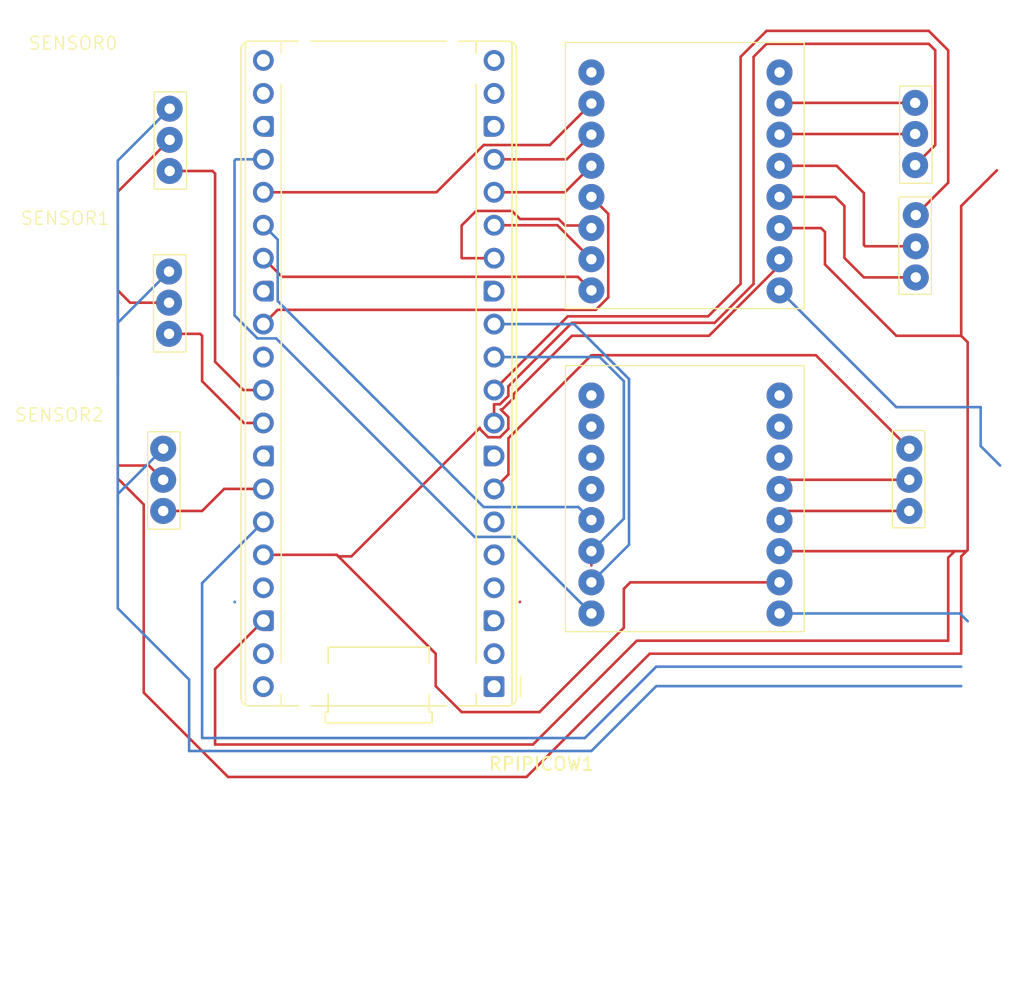
<source format=kicad_pcb>
(kicad_pcb (version 20241229) (generator "pcbnew") (generator_version "9.0")
  (layers (0 "F.Cu" signal) (2 "B.Cu" signal) (13 "F.Paste" user) (15 "B.Paste" user) (5 "F.SilkS" user "F.Silkscreen") (7 "B.SilkS" user "B.Silkscreen") (1 "F.Mask" user) (3 "B.Mask" user) (25 "Edge.Cuts" user))
  (net 0 "")
  (net 1 "Net-(M1-+)")
  (net 2 "Net-(M1--)")
  (net 3 "Net-(M2--)")
  (net 4 "Net-(M3--)")
  (net 5 "Net-(M3-+)")
  (net 6 "Net-(M2-+)")
  (net 7 "+3V3")
  (net 8 "GNDREF")
  (net 9 "Net-(RPIPICOW1-GPIO28_ADC2)")
  (net 10 "+3V0")
  (net 11 "Net-(RPIPICOW1-GPIO27_ADC1)")
  (net 15 "+12V")
  (net 17 "Net-(DRIVER1A-AIN2)")
  (net 18 "Net-(RPIPICOW1-GPIO26_ADC0)")
  (net 20 "Net-(DRIVER1A-AIN1)")
  (net 24 "Net-(DRIVER1A-PWMA)")
  (net 31 "Net-(M3-EN)")
  (net 33 "Net-(DRIVER1A-STBY)")
  (net 34 "+5V")
  (net 36 "Net-(M1-EN)")
  (net 39 "Net-(M2-EN)")
  (net 40 "Net-(DRIVER2A-STBY)")
  (net 41 "Net-(DRIVER2A-BIN1)")
  (net 42 "Net-(DRIVER2A-AIN1)")
  (net 43 "Net-(DRIVER2A-BIN2)")
  (net 44 "Net-(DRIVER2A-PWMA)")
  (net 45 "Net-(DRIVER2A-PWMB)")
  (net 46 "Net-(DRIVER2A-AIN2)")
  (footprint "Breakout_Board:Untitled_1" (layer "F.Cu") (at 179 57.6 180)
    (property "Reference" "M1" (hide yes))
    (property "Value" "DC Motor (w/ Encoders)")
    (fp_rect (start 2.8 5.8) (end 5.3 13.3) (stroke (width 0.1)) (fill no) (layer "F.SilkS"))
    (pad "1" thru_hole circle (at 4 7.1 180) (size 2 2) (drill 0.8) (layers "*.Cu" "*.Mask") (net 1 "Net-(M1-+)"))
    (pad "2" thru_hole circle (at 4 9.5 180) (size 2 2) (drill 0.8) (layers "*.Cu" "*.Mask") (net 2 "Net-(M1--)"))
    (pad "3" thru_hole circle (at 4 11.9 180) (size 2 2) (drill 0.8) (layers "*.Cu" "*.Mask") (net 36 "Net-(M1-EN)"))
  )
  (footprint "Breakout_Board:Untitled_1" (layer "F.Cu") (at 178.5 75.6 180)
    (property "Reference" "M3" (hide yes))
    (property "Value" "DC Motor (w/ Encoders)" (hide yes))
    (fp_rect (start 2.8 5.8) (end 5.3 13.3) (stroke (width 0.1)) (fill no) (layer "F.SilkS"))
    (pad "1" thru_hole circle (at 4 7.1 180) (size 2 2) (drill 0.8) (layers "*.Cu" "*.Mask") (net 5 "Net-(M3-+)"))
    (pad "2" thru_hole circle (at 4 9.5 180) (size 2 2) (drill 0.8) (layers "*.Cu" "*.Mask") (net 4 "Net-(M3--)"))
    (pad "3" thru_hole circle (at 4 11.9 180) (size 2 2) (drill 0.8) (layers "*.Cu" "*.Mask") (net 31 "Net-(M3-EN)"))
  )
  (footprint "Breakout_Board:Untitled_1" (layer "F.Cu") (at 113.5 30.4)
    (property "Reference" "SENSOR0" (at -3.45 2.05 0) (layer "F.SilkS") (effects (font (thickness 0.1))))
    (property "Value" "SEN-13723")
    (fp_rect (start 2.8 5.8) (end 5.3 13.3) (stroke (width 0.1)) (fill no) (layer "F.SilkS"))
    (pad "1" thru_hole circle (at 4 7.1) (size 2 2) (drill 0.8) (layers "*.Cu" "*.Mask") (net 10 "+3V0"))
    (pad "2" thru_hole circle (at 4 9.5) (size 2 2) (drill 0.8) (layers "*.Cu" "*.Mask") (net 8 "GNDREF"))
    (pad "3" thru_hole circle (at 4 11.9) (size 2 2) (drill 0.8) (layers "*.Cu" "*.Mask") (net 18 "Net-(RPIPICOW1-GPIO26_ADC0)"))
  )
  (footprint "Breakout_Board:Untitled_1" (layer "F.Cu") (at 113.45 42.95)
    (property "Reference" "SENSOR1" (at -4 3 0) (layer "F.SilkS") (effects (font (thickness 0.1))))
    (property "Value" "SEN-13723")
    (fp_rect (start 2.8 5.8) (end 5.3 13.3) (stroke (width 0.1)) (fill no) (layer "F.SilkS"))
    (pad "1" thru_hole circle (at 4 7.1) (size 2 2) (drill 0.8) (layers "*.Cu" "*.Mask") (net 10 "+3V0"))
    (pad "2" thru_hole circle (at 4 9.5) (size 2 2) (drill 0.8) (layers "*.Cu" "*.Mask") (net 8 "GNDREF"))
    (pad "3" thru_hole circle (at 4 11.9) (size 2 2) (drill 0.8) (layers "*.Cu" "*.Mask") (net 11 "Net-(RPIPICOW1-GPIO27_ADC1)"))
  )
  (footprint "Module:RaspberryPi_Pico_Common_THT" (layer "F.Cu") (at 142.5 82.04 180)
    (property "Reference" "RPIPICOW1" (at 0.5 -5.96 0) (layer "F.SilkS") (effects (justify left)))
    (property "Value" "Raspberry Pi Pico W")
    (fp_line (start 19.5 -0.87) (end 19.5 49.13) (stroke (width 0.12)) (layer "F.SilkS"))
    (fp_line (start 19.16 49.677) (end 19.16 -1.417) (stroke (width 0.12)) (layer "F.SilkS"))
    (fp_line (start 18.89 -1.48) (end 16.4 -1.48) (stroke (width 0.12)) (layer "F.SilkS"))
    (fp_line (start 16.4 48.82648) (end 16.4 49.74) (stroke (width 0.12)) (layer "F.SilkS"))
    (fp_line (start 16.4 1.82648) (end 16.4 46.43352) (stroke (width 0.12)) (layer "F.SilkS"))
    (fp_line (start 16.4 -1.48) (end 16.4 -0.56648) (stroke (width 0.12)) (layer "F.SilkS"))
    (fp_line (start 15.052061 49.74) (end 18.89 49.74) (stroke (width 0.12)) (layer "F.SilkS"))
    (fp_line (start 15.052061 -1.48) (end 16.4 -1.48) (stroke (width 0.12)) (layer "F.SilkS"))
    (fp_line (start 14.127939 49.74) (end 12.49 49.74) (stroke (width 0.12)) (layer "F.SilkS"))
    (fp_line (start 13.125 -1.48) (end 14.127939 -1.48) (stroke (width 0.12)) (layer "F.SilkS"))
    (fp_line (start 13 -1.96) (end 12.79 -1.96) (stroke (width 0.12)) (layer "F.SilkS"))
    (fp_line (start 13 -2.78) (end 13 -1.96) (stroke (width 0.12)) (layer "F.SilkS"))
    (fp_line (start 12.79 3.04) (end 4.99 3.04) (stroke (width 0.12)) (layer "F.SilkS"))
    (fp_line (start 12.79 1.824) (end 12.79 3.04) (stroke (width 0.12)) (layer "F.SilkS"))
    (fp_line (start 12.79 -1.96) (end 12.79 -0.564) (stroke (width 0.12)) (layer "F.SilkS"))
    (fp_line (start 12.49 49.74) (end 5.29 49.74) (stroke (width 0.12)) (layer "F.SilkS"))
    (fp_line (start 5.29 49.74) (end 3.652061 49.74) (stroke (width 0.12)) (layer "F.SilkS"))
    (fp_line (start 4.99 1.824) (end 4.99 3.04) (stroke (width 0.12)) (layer "F.SilkS"))
    (fp_line (start 4.99 -1.96) (end 4.99 -0.564) (stroke (width 0.12)) (layer "F.SilkS"))
    (fp_line (start 4.78 -1.96) (end 4.99 -1.96) (stroke (width 0.12)) (layer "F.SilkS"))
    (fp_line (start 4.78 -2.78) (end 13 -2.78) (stroke (width 0.12)) (layer "F.SilkS"))
    (fp_line (start 4.78 -2.78) (end 4.78 -1.96) (stroke (width 0.12)) (layer "F.SilkS"))
    (fp_line (start 4.655 -1.48) (end 13.125 -1.48) (stroke (width 0.12)) (layer "F.SilkS"))
    (fp_line (start 3.652061 -1.48) (end 4.655 -1.48) (stroke (width 0.12)) (layer "F.SilkS"))
    (fp_line (start 1.38 48.82648) (end 1.38 49.74) (stroke (width 0.12)) (layer "F.SilkS"))
    (fp_line (start 1.38 1.82648) (end 1.38 46.43352) (stroke (width 0.12)) (layer "F.SilkS"))
    (fp_line (start 1.38 -1.48) (end 2.72794 -1.48) (stroke (width 0.12)) (layer "F.SilkS"))
    (fp_line (start 1.38 -1.48) (end 1.38 -0.56648) (stroke (width 0.12)) (layer "F.SilkS"))
    (fp_line (start -1.11 49.74) (end 2.727939 49.74) (stroke (width 0.12)) (layer "F.SilkS"))
    (fp_line (start -1.11 -1.48) (end 1.38 -1.48) (stroke (width 0.12)) (layer "F.SilkS"))
    (fp_line (start -1.38 -1.417) (end -1.38 49.677) (stroke (width 0.12)) (layer "F.SilkS"))
    (fp_line (start -1.72 -0.87) (end -1.72 49.13) (stroke (width 0.12)) (layer "F.SilkS"))
    (fp_line (start -2.04 0.8) (end -2.04 -0.8) (stroke (width 0.12)) (layer "F.SilkS"))
    (fp_arc (start 19.5 49.13) (mid 19.321335 49.561335) (end 18.89 49.74) (stroke (width 0.12)) (layer "F.SilkS"))
    (fp_arc (start 18.89 -1.48) (mid 19.321335 -1.301335) (end 19.5 -0.87) (stroke (width 0.12)) (layer "F.SilkS"))
    (fp_arc (start -1.11 49.74) (mid -1.541364 49.561364) (end -1.72 49.13) (stroke (width 0.12)) (layer "F.SilkS"))
    (fp_arc (start -1.72 -0.87) (mid -1.541335 -1.301335) (end -1.11 -1.48) (stroke (width 0.12)) (layer "F.SilkS"))
    (pad "1" thru_hole roundrect (at 0 0 180) (size 1.6 1.6) (drill 1) (layers "*.Cu" "*.Mask") (roundrect_rratio 0.125))
    (pad "2" thru_hole circle (at 0 2.54 180) (size 1.6 1.6) (drill 1) (layers "*.Cu" "*.Mask"))
    (pad "3" thru_hole custom (at 0 5.08 180) (size 1.6 1.6) (drill 1) (layers "*.Cu" "*.Mask") (net 8 "GNDREF") (options (clearance outline) (anchor circle)) (primitives (gr_poly (pts (xy 0.8 0.6) (xy 0.8 -0.6) (xy 0.6 -0.8) (xy 0 -0.8) (xy 0 0.8) (xy 0.6 0.8)) (width 0) (fill yes)) (gr_circle (center 0.6 0.6) (end 0.8 0.6) (width 0) (fill yes)) (gr_circle (center 0.6 -0.6) (end 0.8 -0.6) (width 0) (fill yes))))
    (pad "4" thru_hole circle (at 0 7.62 180) (size 1.6 1.6) (drill 1) (layers "*.Cu" "*.Mask"))
    (pad "5" thru_hole circle (at 0 10.16 180) (size 1.6 1.6) (drill 1) (layers "*.Cu" "*.Mask"))
    (pad "6" thru_hole circle (at 0 12.7 180) (size 1.6 1.6) (drill 1) (layers "*.Cu" "*.Mask"))
    (pad "7" thru_hole circle (at 0 15.24 180) (size 1.6 1.6) (drill 1) (layers "*.Cu" "*.Mask") (net 31 "Net-(M3-EN)"))
    (pad "8" thru_hole custom (at 0 17.78 180) (size 1.6 1.6) (drill 1) (layers "*.Cu" "*.Mask") (net 8 "GNDREF") (options (clearance outline) (anchor circle)) (primitives (gr_poly (pts (xy 0.8 0.6) (xy 0.8 -0.6) (xy 0.6 -0.8) (xy 0 -0.8) (xy 0 0.8) (xy 0.6 0.8)) (width 0) (fill yes)) (gr_circle (center 0.6 0.6) (end 0.8 0.6) (width 0) (fill yes)) (gr_circle (center 0.6 -0.6) (end 0.8 -0.6) (width 0) (fill yes))))
    (pad "9" thru_hole circle (at 0 20.32 180) (size 1.6 1.6) (drill 1) (layers "*.Cu" "*.Mask") (net 39 "Net-(M2-EN)"))
    (pad "10" thru_hole circle (at 0 22.86 180) (size 1.6 1.6) (drill 1) (layers "*.Cu" "*.Mask") (net 36 "Net-(M1-EN)"))
    (pad "11" thru_hole circle (at 0 25.4 180) (size 1.6 1.6) (drill 1) (layers "*.Cu" "*.Mask") (net 20 "Net-(DRIVER1A-AIN1)"))
    (pad "12" thru_hole circle (at 0 27.94 180) (size 1.6 1.6) (drill 1) (layers "*.Cu" "*.Mask") (net 17 "Net-(DRIVER1A-AIN2)"))
    (pad "13" thru_hole custom (at 0 30.48 180) (size 1.6 1.6) (drill 1) (layers "*.Cu" "*.Mask") (net 8 "GNDREF") (options (clearance outline) (anchor circle)) (primitives (gr_poly (pts (xy 0.8 0.6) (xy 0.8 -0.6) (xy 0.6 -0.8) (xy 0 -0.8) (xy 0 0.8) (xy 0.6 0.8)) (width 0) (fill yes)) (gr_circle (center 0.6 0.6) (end 0.8 0.6) (width 0) (fill yes)) (gr_circle (center 0.6 -0.6) (end 0.8 -0.6) (width 0) (fill yes))))
    (pad "14" thru_hole circle (at 0 33.02 180) (size 1.6 1.6) (drill 1) (layers "*.Cu" "*.Mask") (net 42 "Net-(DRIVER2A-AIN1)"))
    (pad "15" thru_hole circle (at 0 35.56 180) (size 1.6 1.6) (drill 1) (layers "*.Cu" "*.Mask") (net 46 "Net-(DRIVER2A-AIN2)"))
    (pad "16" thru_hole circle (at 0 38.1 180) (size 1.6 1.6) (drill 1) (layers "*.Cu" "*.Mask") (net 41 "Net-(DRIVER2A-BIN1)"))
    (pad "17" thru_hole circle (at 0 40.64 180) (size 1.6 1.6) (drill 1) (layers "*.Cu" "*.Mask") (net 43 "Net-(DRIVER2A-BIN2)"))
    (pad "18" thru_hole custom (at 0 43.18 180) (size 1.6 1.6) (drill 1) (layers "*.Cu" "*.Mask") (net 8 "GNDREF") (options (clearance outline) (anchor circle)) (primitives (gr_poly (pts (xy 0.8 0.6) (xy 0.8 -0.6) (xy 0.6 -0.8) (xy 0 -0.8) (xy 0 0.8) (xy 0.6 0.8)) (width 0) (fill yes)) (gr_circle (center 0.6 0.6) (end 0.8 0.6) (width 0) (fill yes)) (gr_circle (center 0.6 -0.6) (end 0.8 -0.6) (width 0) (fill yes))))
    (pad "19" thru_hole circle (at 0 45.72 180) (size 1.6 1.6) (drill 1) (layers "*.Cu" "*.Mask"))
    (pad "20" thru_hole circle (at 0 48.26 180) (size 1.6 1.6) (drill 1) (layers "*.Cu" "*.Mask"))
    (pad "21" thru_hole circle (at 17.78 48.26 180) (size 1.6 1.6) (drill 1) (layers "*.Cu" "*.Mask"))
    (pad "22" thru_hole circle (at 17.78 45.72 180) (size 1.6 1.6) (drill 1) (layers "*.Cu" "*.Mask"))
    (pad "23" thru_hole custom (at 17.78 43.18 180) (size 1.6 1.6) (drill 1) (layers "*.Cu" "*.Mask") (net 8 "GNDREF") (options (clearance outline) (anchor circle)) (primitives (gr_poly (pts (xy -0.8 0.6) (xy -0.8 -0.6) (xy -0.6 -0.8) (xy 0 -0.8) (xy 0 0.8) (xy -0.6 0.8)) (width 0) (fill yes)) (gr_circle (center -0.6 0.6) (end -0.4 0.6) (width 0) (fill yes)) (gr_circle (center -0.6 -0.6) (end -0.4 -0.6) (width 0) (fill yes))))
    (pad "24" thru_hole circle (at 17.78 40.64 180) (size 1.6 1.6) (drill 1) (layers "*.Cu" "*.Mask") (net 24 "Net-(DRIVER1A-PWMA)"))
    (pad "25" thru_hole circle (at 17.78 38.1 180) (size 1.6 1.6) (drill 1) (layers "*.Cu" "*.Mask") (net 45 "Net-(DRIVER2A-PWMB)"))
    (pad "26" thru_hole circle (at 17.78 35.56 180) (size 1.6 1.6) (drill 1) (layers "*.Cu" "*.Mask") (net 33 "Net-(DRIVER1A-STBY)"))
    (pad "27" thru_hole circle (at 17.78 33.02 180) (size 1.6 1.6) (drill 1) (layers "*.Cu" "*.Mask") (net 44 "Net-(DRIVER2A-PWMA)"))
    (pad "28" thru_hole custom (at 17.78 30.48 180) (size 1.6 1.6) (drill 1) (layers "*.Cu" "*.Mask") (net 8 "GNDREF") (options (clearance outline) (anchor circle)) (primitives (gr_poly (pts (xy -0.8 0.6) (xy -0.8 -0.6) (xy -0.6 -0.8) (xy 0 -0.8) (xy 0 0.8) (xy -0.6 0.8)) (width 0) (fill yes)) (gr_circle (center -0.6 0.6) (end -0.4 0.6) (width 0) (fill yes)) (gr_circle (center -0.6 -0.6) (end -0.4 -0.6) (width 0) (fill yes))))
    (pad "29" thru_hole circle (at 17.78 27.94 180) (size 1.6 1.6) (drill 1) (layers "*.Cu" "*.Mask") (net 40 "Net-(DRIVER2A-STBY)"))
    (pad "30" thru_hole circle (at 17.78 25.4 180) (size 1.6 1.6) (drill 1) (layers "*.Cu" "*.Mask"))
    (pad "31" thru_hole circle (at 17.78 22.86 180) (size 1.6 1.6) (drill 1) (layers "*.Cu" "*.Mask") (net 18 "Net-(RPIPICOW1-GPIO26_ADC0)"))
    (pad "32" thru_hole circle (at 17.78 20.32 180) (size 1.6 1.6) (drill 1) (layers "*.Cu" "*.Mask") (net 11 "Net-(RPIPICOW1-GPIO27_ADC1)"))
    (pad "33" thru_hole custom (at 17.78 17.78 180) (size 1.6 1.6) (drill 1) (layers "*.Cu" "*.Mask") (net 8 "GNDREF") (options (clearance outline) (anchor circle)) (primitives (gr_poly (pts (xy -0.8 0.6) (xy -0.8 -0.6) (xy -0.6 -0.8) (xy 0 -0.8) (xy 0 0.8) (xy -0.6 0.8)) (width 0) (fill yes)) (gr_circle (center -0.6 0.6) (end -0.4 0.6) (width 0) (fill yes)) (gr_circle (center -0.6 -0.6) (end -0.4 -0.6) (width 0) (fill yes))))
    (pad "34" thru_hole circle (at 17.78 15.24 180) (size 1.6 1.6) (drill 1) (layers "*.Cu" "*.Mask") (net 9 "Net-(RPIPICOW1-GPIO28_ADC2)"))
    (pad "35" thru_hole circle (at 17.78 12.7 180) (size 1.6 1.6) (drill 1) (layers "*.Cu" "*.Mask") (net 10 "+3V0"))
    (pad "36" thru_hole circle (at 17.78 10.16 180) (size 1.6 1.6) (drill 1) (layers "*.Cu" "*.Mask") (net 7 "+3V3"))
    (pad "37" thru_hole circle (at 17.78 7.62 180) (size 1.6 1.6) (drill 1) (layers "*.Cu" "*.Mask"))
    (pad "38" thru_hole custom (at 17.78 5.08 180) (size 1.6 1.6) (drill 1) (layers "*.Cu" "*.Mask") (net 8 "GNDREF") (options (clearance outline) (anchor circle)) (primitives (gr_poly (pts (xy -0.8 0.6) (xy -0.8 -0.6) (xy -0.6 -0.8) (xy 0 -0.8) (xy 0 0.8) (xy -0.6 0.8)) (width 0) (fill yes)) (gr_circle (center -0.6 0.6) (end -0.4 0.6) (width 0) (fill yes)) (gr_circle (center -0.6 -0.6) (end -0.4 -0.6) (width 0) (fill yes))))
    (pad "39" thru_hole circle (at 17.78 2.54 180) (size 1.6 1.6) (drill 1) (layers "*.Cu" "*.Mask") (net 34 "+5V"))
    (pad "40" thru_hole circle (at 17.78 0 180) (size 1.6 1.6) (drill 1) (layers "*.Cu" "*.Mask"))
  )
  (footprint "Breakout_Board:Motor_Driver_Breakout" (layer "F.Cu") (at 152 59.4 180)
    (property "Reference" "DRIVER2" (hide yes))
    (property "Value" "TB6612FNG")
    (fp_rect (start -14.4 6.5) (end 4 27) (stroke (width 0.1)) (fill no) (layer "F.SilkS"))
    (pad "1" thru_hole circle (at 2 7.9 180) (size 2 2) (drill 0.8) (layers "*.Cu" "*.Mask") (net 44 "Net-(DRIVER2A-PWMA)"))
    (pad "2" thru_hole circle (at 2 10.3 180) (size 2 2) (drill 0.8) (layers "*.Cu" "*.Mask") (net 46 "Net-(DRIVER2A-AIN2)"))
    (pad "3" thru_hole circle (at 2 12.7 180) (size 2 2) (drill 0.8) (layers "*.Cu" "*.Mask") (net 42 "Net-(DRIVER2A-AIN1)"))
    (pad "4" thru_hole circle (at 2 15.1 180) (size 2 2) (drill 0.8) (layers "*.Cu" "*.Mask") (net 40 "Net-(DRIVER2A-STBY)"))
    (pad "5" thru_hole circle (at 2 17.5 180) (size 2 2) (drill 0.8) (layers "*.Cu" "*.Mask") (net 41 "Net-(DRIVER2A-BIN1)"))
    (pad "6" thru_hole circle (at 2 19.9 180) (size 2 2) (drill 0.8) (layers "*.Cu" "*.Mask") (net 43 "Net-(DRIVER2A-BIN2)"))
    (pad "7" thru_hole circle (at 2 22.3 180) (size 2 2) (drill 0.8) (layers "*.Cu" "*.Mask") (net 45 "Net-(DRIVER2A-PWMB)"))
    (pad "8" thru_hole circle (at 2 24.7 180) (size 2 2) (drill 0.8) (layers "*.Cu" "*.Mask") (net 3 "Net-(M2--)"))
    (pad "9" thru_hole circle (at -12.5 24.7 180) (size 2 2) (drill 0.8) (layers "*.Cu" "*.Mask"))
    (pad "10" thru_hole circle (at -12.5 22.3 180) (size 2 2) (drill 0.8) (layers "*.Cu" "*.Mask") (net 6 "Net-(M2-+)"))
    (pad "11" thru_hole circle (at -12.5 19.9 180) (size 2 2) (drill 0.8) (layers "*.Cu" "*.Mask") (net 3 "Net-(M2--)"))
    (pad "12" thru_hole circle (at -12.5 17.5 180) (size 2 2) (drill 0.8) (layers "*.Cu" "*.Mask") (net 2 "Net-(M1--)"))
    (pad "13" thru_hole circle (at -12.5 15.1 180) (size 2 2) (drill 0.8) (layers "*.Cu" "*.Mask") (net 1 "Net-(M1-+)"))
    (pad "14" thru_hole circle (at -12.5 12.7 180) (size 2 2) (drill 0.8) (layers "*.Cu" "*.Mask") (net 8 "GNDREF"))
    (pad "15" thru_hole circle (at -12.5 10.3 180) (size 2 2) (drill 0.8) (layers "*.Cu" "*.Mask") (net 7 "+3V3"))
    (pad "16" thru_hole circle (at -12.5 7.9 180) (size 2 2) (drill 0.8) (layers "*.Cu" "*.Mask") (net 15 "+12V"))
  )
  (footprint "Breakout_Board:Untitled_1" (layer "F.Cu") (at 113 56.6)
    (property "Reference" "SENSOR2" (at -4 4.5 0) (layer "F.SilkS") (effects (font (thickness 0.1))))
    (property "Value" "SEN-13723")
    (fp_rect (start 2.8 5.8) (end 5.3 13.3) (stroke (width 0.1)) (fill no) (layer "F.SilkS"))
    (pad "1" thru_hole circle (at 4 7.1) (size 2 2) (drill 0.8) (layers "*.Cu" "*.Mask") (net 10 "+3V0"))
    (pad "2" thru_hole circle (at 4 9.5) (size 2 2) (drill 0.8) (layers "*.Cu" "*.Mask") (net 8 "GNDREF"))
    (pad "3" thru_hole circle (at 4 11.9) (size 2 2) (drill 0.8) (layers "*.Cu" "*.Mask") (net 9 "Net-(RPIPICOW1-GPIO28_ADC2)"))
  )
  (footprint "Breakout_Board:Motor_Driver_Breakout" (layer "F.Cu") (at 152 84.3 180)
    (property "Reference" "DRIVER1" (hide yes))
    (property "Value" "TB6612FNG")
    (fp_rect (start -14.4 6.5) (end 4 27) (stroke (width 0.1)) (fill no) (layer "F.SilkS"))
    (pad "1" thru_hole circle (at 2 7.9 180) (size 2 2) (drill 0.8) (layers "*.Cu" "*.Mask") (net 24 "Net-(DRIVER1A-PWMA)"))
    (pad "2" thru_hole circle (at 2 10.3 180) (size 2 2) (drill 0.8) (layers "*.Cu" "*.Mask") (net 17 "Net-(DRIVER1A-AIN2)"))
    (pad "3" thru_hole circle (at 2 12.7 180) (size 2 2) (drill 0.8) (layers "*.Cu" "*.Mask") (net 20 "Net-(DRIVER1A-AIN1)"))
    (pad "4" thru_hole circle (at 2 15.1 180) (size 2 2) (drill 0.8) (layers "*.Cu" "*.Mask") (net 33 "Net-(DRIVER1A-STBY)"))
    (pad "5" thru_hole circle (at 2 17.5 180) (size 2 2) (drill 0.8) (layers "*.Cu" "*.Mask"))
    (pad "6" thru_hole circle (at 2 19.9 180) (size 2 2) (drill 0.8) (layers "*.Cu" "*.Mask") (net 4 "Net-(M3--)"))
    (pad "7" thru_hole circle (at 2 22.3 180) (size 2 2) (drill 0.8) (layers "*.Cu" "*.Mask"))
    (pad "8" thru_hole circle (at 2 24.7 180) (size 2 2) (drill 0.8) (layers "*.Cu" "*.Mask"))
    (pad "9" thru_hole circle (at -12.5 24.7 180) (size 2 2) (drill 0.8) (layers "*.Cu" "*.Mask"))
    (pad "10" thru_hole circle (at -12.5 22.3 180) (size 2 2) (drill 0.8) (layers "*.Cu" "*.Mask"))
    (pad "11" thru_hole circle (at -12.5 19.9 180) (size 2 2) (drill 0.8) (layers "*.Cu" "*.Mask"))
    (pad "12" thru_hole circle (at -12.5 17.5 180) (size 2 2) (drill 0.8) (layers "*.Cu" "*.Mask") (net 4 "Net-(M3--)"))
    (pad "13" thru_hole circle (at -12.5 15.1 180) (size 2 2) (drill 0.8) (layers "*.Cu" "*.Mask") (net 5 "Net-(M3-+)"))
    (pad "14" thru_hole circle (at -12.5 12.7 180) (size 2 2) (drill 0.8) (layers "*.Cu" "*.Mask") (net 8 "GNDREF"))
    (pad "15" thru_hole circle (at -12.5 10.3 180) (size 2 2) (drill 0.8) (layers "*.Cu" "*.Mask") (net 7 "+3V3"))
    (pad "16" thru_hole circle (at -12.5 7.9 180) (size 2 2) (drill 0.8) (layers "*.Cu" "*.Mask") (net 15 "+12V"))
  )
  (footprint "Breakout_Board:Untitled_1" (layer "F.Cu") (at 170.95 29.95)
    (property "Reference" "M2" (hide yes))
    (property "Value" "DC Motor (w/ Encoders)" (hide yes))
    (fp_rect (start 2.8 5.8) (end 5.3 13.3) (stroke (width 0.1)) (fill no) (layer "F.SilkS"))
    (pad "1" thru_hole circle (at 4 7.1) (size 2 2) (drill 0.8) (layers "*.Cu" "*.Mask") (net 6 "Net-(M2-+)"))
    (pad "2" thru_hole circle (at 4 9.5) (size 2 2) (drill 0.8) (layers "*.Cu" "*.Mask") (net 3 "Net-(M2--)"))
    (pad "3" thru_hole circle (at 4 11.9) (size 2 2) (drill 0.8) (layers "*.Cu" "*.Mask") (net 39 "Net-(M2-EN)"))
  )
  (segment (start 175 50.5) (end 171 50.5) (width 0.2) (layer "F.Cu") (net 1))
  (segment (start 171 50.5) (end 169.5 49) (width 0.2) (layer "F.Cu") (net 1))
  (segment (start 169.5 45) (end 168.8 44.3) (width 0.2) (layer "F.Cu") (net 1))
  (segment (start 169.5 49) (end 169.5 45) (width 0.2) (layer "F.Cu") (net 1))
  (segment (start 168.8 44.3) (end 164.5 44.3) (width 0.2) (layer "F.Cu") (net 1))
  (segment (start 171 44) (end 168.9 41.9) (width 0.2) (layer "F.Cu") (net 2))
  (segment (start 171 48) (end 171 44) (width 0.2) (layer "F.Cu") (net 2))
  (segment (start 175 48.1) (end 171.1 48.1) (width 0.2) (layer "F.Cu") (net 2))
  (segment (start 171.1 48.1) (end 171 48) (width 0.2) (layer "F.Cu") (net 2))
  (segment (start 168.9 41.9) (end 164.5 41.9) (width 0.2) (layer "F.Cu") (net 2))
  (segment (start 174.95 39.45) (end 164.55 39.45) (width 0.2) (layer "F.Cu") (net 3))
  (segment (start 164.55 39.45) (end 164.5 39.5) (width 0.2) (layer "F.Cu") (net 3))
  (segment (start 165.2 66.1) (end 164.5 66.8) (width 0.2) (layer "F.Cu") (net 4))
  (segment (start 174.5 66.1) (end 165.2 66.1) (width 0.2) (layer "F.Cu") (net 4))
  (segment (start 165.2 68.5) (end 164.5 69.2) (width 0.2) (layer "F.Cu") (net 5))
  (segment (start 174.5 68.5) (end 165.2 68.5) (width 0.2) (layer "F.Cu") (net 5))
  (segment (start 164.55 37.05) (end 164.5 37.1) (width 0.2) (layer "F.Cu") (net 6))
  (segment (start 174.95 37.05) (end 164.55 37.05) (width 0.2) (layer "F.Cu") (net 6))
  (segment (start 143.601 61.26395) (end 143.601 62.17605) (width 0.2) (layer "F.Cu") (net 7))
  (segment (start 164.5 74) (end 153 74) (width 0.2) (layer "F.Cu") (net 7))
  (segment (start 142.95605 62.821) (end 142.04395 62.821) (width 0.2) (layer "F.Cu") (net 7))
  (segment (start 142.04395 62.821) (end 141.399 62.17605) (width 0.2) (layer "F.Cu") (net 7))
  (segment (start 131.5 72) (end 130.5 72) (width 0.2) (layer "F.Cu") (net 7))
  (segment (start 146 84) (end 140 84) (width 0.2) (layer "F.Cu") (net 7))
  (segment (start 138 79.5) (end 130.5 72) (width 0.2) (layer "F.Cu") (net 7))
  (segment (start 141.399 62.17605) (end 141.399 62.101) (width 0.2) (layer "F.Cu") (net 7))
  (segment (start 144.002 59.80215) (end 143.12215 60.682) (width 0.2) (layer "F.Cu") (net 7))
  (segment (start 140 84) (end 138 82) (width 0.2) (layer "F.Cu") (net 7))
  (segment (start 148.5 55) (end 144.002 59.498) (width 0.2) (layer "F.Cu") (net 7))
  (segment (start 153 74) (end 152.5 74.5) (width 0.2) (layer "F.Cu") (net 7))
  (segment (start 143.12215 60.682) (end 143.01905 60.682) (width 0.2) (layer "F.Cu") (net 7))
  (segment (start 152.5 74.5) (end 152.5 77.5) (width 0.2) (layer "F.Cu") (net 7))
  (segment (start 130.5 72) (end 130.38 71.88) (width 0.2) (layer "F.Cu") (net 7))
  (segment (start 141.399 62.101) (end 131.5 72) (width 0.2) (layer "F.Cu") (net 7))
  (segment (start 138 82) (end 138 79.5) (width 0.2) (layer "F.Cu") (net 7))
  (segment (start 130.38 71.88) (end 124.72 71.88) (width 0.2) (layer "F.Cu") (net 7))
  (segment (start 164.5 49.5671) (end 159.0671 55) (width 0.2) (layer "F.Cu") (net 7))
  (segment (start 152.5 77.5) (end 146 84) (width 0.2) (layer "F.Cu") (net 7))
  (segment (start 144.002 59.498) (end 144.002 59.80215) (width 0.2) (layer "F.Cu") (net 7))
  (segment (start 143.01905 60.682) (end 143.601 61.26395) (width 0.2) (layer "F.Cu") (net 7))
  (segment (start 143.601 62.17605) (end 142.95605 62.821) (width 0.2) (layer "F.Cu") (net 7))
  (segment (start 164.5 49.1) (end 164.5 49.5671) (width 0.2) (layer "F.Cu") (net 7))
  (segment (start 159.0671 55) (end 148.5 55) (width 0.2) (layer "F.Cu") (net 7))
  (segment (start 154.5 79.5) (end 178.5 79.5) (width 0.2) (layer "F.Cu") (net 8))
  (segment (start 173.5 55) (end 178.5 55) (width 0.2) (layer "F.Cu") (net 8))
  (segment (start 168 49.5) (end 173.5 55) (width 0.2) (layer "F.Cu") (net 8))
  (segment (start 122 89) (end 145 89) (width 0.2) (layer "F.Cu") (net 8))
  (segment (start 114.45 52.45) (end 113.5 51.5) (width 0.2) (layer "F.Cu") (net 8))
  (segment (start 113.5 43.9) (end 113.5 47) (width 0.2) (layer "F.Cu") (net 8))
  (segment (start 177.5 78.5) (end 153.5 78.5) (width 0.2) (layer "F.Cu") (net 8))
  (segment (start 178.5 72) (end 178.9 71.6) (width 0.2) (layer "F.Cu") (net 8))
  (segment (start 115.5 68) (end 115.5 82.5) (width 0.2) (layer "F.Cu") (net 8))
  (segment (start 178.5 45) (end 181.25 42.25) (width 0.2) (layer "F.Cu") (net 8))
  (segment (start 153.5 78.5) (end 145.5 86.5) (width 0.2) (layer "F.Cu") (net 8))
  (segment (start 177.5 72.1) (end 178 71.6) (width 0.2) (layer "F.Cu") (net 8))
  (segment (start 164.5 46.7) (end 167.7 46.7) (width 0.2) (layer "F.Cu") (net 8))
  (segment (start 117.5 39.9) (end 113.5 43.9) (width 0.2) (layer "F.Cu") (net 8))
  (segment (start 117.45 52.45) (end 114.45 52.45) (width 0.2) (layer "F.Cu") (net 8))
  (segment (start 121 86.5) (end 121 80.68) (width 0.2) (layer "F.Cu") (net 8))
  (segment (start 145 89) (end 154.5 79.5) (width 0.2) (layer "F.Cu") (net 8))
  (segment (start 115.9 65) (end 113.5 65) (width 0.2) (layer "F.Cu") (net 8))
  (segment (start 113.5 66) (end 115.5 68) (width 0.2) (layer "F.Cu") (net 8))
  (segment (start 167.7 46.7) (end 168 47) (width 0.2) (layer "F.Cu") (net 8))
  (segment (start 177.5 78.5) (end 177.5 72.1) (width 0.2) (layer "F.Cu") (net 8))
  (segment (start 117 66.1) (end 115.9 65) (width 0.2) (layer "F.Cu") (net 8))
  (segment (start 164.5 71.6) (end 178 71.6) (width 0.2) (layer "F.Cu") (net 8))
  (segment (start 113.5 51.5) (end 113.5 65) (width 0.2) (layer "F.Cu") (net 8))
  (segment (start 179 71.5) (end 179 55.5) (width 0.2) (layer "F.Cu") (net 8))
  (segment (start 121 80.68) (end 124.72 76.96) (width 0.2) (layer "F.Cu") (net 8))
  (segment (start 145.5 86.5) (end 121 86.5) (width 0.2) (layer "F.Cu") (net 8))
  (segment (start 178.5 55) (end 178.5 45) (width 0.2) (layer "F.Cu") (net 8))
  (segment (start 178.9 71.6) (end 179 71.5) (width 0.2) (layer "F.Cu") (net 8))
  (segment (start 178 71.6) (end 178.9 71.6) (width 0.2) (layer "F.Cu") (net 8))
  (segment (start 113.5 47) (end 113.5 51.5) (width 0.2) (layer "F.Cu") (net 8))
  (segment (start 178.5 79.5) (end 178.5 72) (width 0.2) (layer "F.Cu") (net 8))
  (segment (start 168 47) (end 168 49.5) (width 0.2) (layer "F.Cu") (net 8))
  (segment (start 113.5 65) (end 113.5 66) (width 0.2) (layer "F.Cu") (net 8))
  (segment (start 179 55.5) (end 178.5 55) (width 0.2) (layer "F.Cu") (net 8))
  (segment (start 115.5 82.5) (end 122 89) (width 0.2) (layer "F.Cu") (net 8))
  (segment (start 120 68.5) (end 117 68.5) (width 0.2) (layer "F.Cu") (net 9))
  (segment (start 124.72 66.8) (end 121.7 66.8) (width 0.2) (layer "F.Cu") (net 9))
  (segment (start 121.7 66.8) (end 120 68.5) (width 0.2) (layer "F.Cu") (net 9))
  (segment (start 155 80.5) (end 178.5 80.5) (width 0.2) (layer "B.Cu") (net 10))
  (segment (start 149.5 86) (end 155 80.5) (width 0.2) (layer "B.Cu") (net 10))
  (segment (start 113.5 76) (end 119 81.5) (width 0.2) (layer "B.Cu") (net 10))
  (segment (start 117 63.7) (end 113.5 67.2) (width 0.2) (layer "B.Cu") (net 10))
  (segment (start 113.5 41.5) (end 113.5 58) (width 0.2) (layer "B.Cu") (net 10))
  (segment (start 117.45 50.05) (end 113.5 54) (width 0.2) (layer "B.Cu") (net 10))
  (segment (start 120 74.06) (end 120 86) (width 0.2) (layer "B.Cu") (net 10))
  (segment (start 155 82) (end 178.5 82) (width 0.2) (layer "B.Cu") (net 10))
  (segment (start 113.5 54) (end 113.5 58) (width 0.2) (layer "B.Cu") (net 10))
  (segment (start 113.5 68) (end 113.5 76) (width 0.2) (layer "B.Cu") (net 10))
  (segment (start 120 86) (end 149.5 86) (width 0.2) (layer "B.Cu") (net 10))
  (segment (start 150 87) (end 155 82) (width 0.2) (layer "B.Cu") (net 10))
  (segment (start 119 81.5) (end 119 87) (width 0.2) (layer "B.Cu") (net 10))
  (segment (start 113.5 67.2) (end 113.5 68) (width 0.2) (layer "B.Cu") (net 10))
  (segment (start 113.5 58) (end 113.5 68) (width 0.2) (layer "B.Cu") (net 10))
  (segment (start 124.72 69.34) (end 120 74.06) (width 0.2) (layer "B.Cu") (net 10))
  (segment (start 117.5 37.5) (end 113.5 41.5) (width 0.2) (layer "B.Cu") (net 10))
  (segment (start 119 87) (end 150 87) (width 0.2) (layer "B.Cu") (net 10))
  (segment (start 123.22 61.72) (end 120 58.5) (width 0.2) (layer "F.Cu") (net 11))
  (segment (start 119.85 54.85) (end 117.45 54.85) (width 0.2) (layer "F.Cu") (net 11))
  (segment (start 120 55) (end 119.85 54.85) (width 0.2) (layer "F.Cu") (net 11))
  (segment (start 124.72 61.72) (end 123.22 61.72) (width 0.2) (layer "F.Cu") (net 11))
  (segment (start 120 58.5) (end 120 55) (width 0.2) (layer "F.Cu") (net 11))
  (segment (start 180 63.5) (end 181.5 65) (width 0.2) (layer "B.Cu") (net 15))
  (segment (start 164.5 76.4) (end 178.4 76.4) (width 0.2) (layer "B.Cu") (net 15))
  (segment (start 180 60.5) (end 180 63.5) (width 0.2) (layer "B.Cu") (net 15))
  (segment (start 164.5 51.5) (end 173.5 60.5) (width 0.2) (layer "B.Cu") (net 15))
  (segment (start 173.5 60.5) (end 180 60.5) (width 0.2) (layer "B.Cu") (net 15))
  (segment (start 178.4 76.4) (end 179 77) (width 0.2) (layer "B.Cu") (net 15))
  (segment (start 150 74) (end 152.901 71.099) (width 0.2) (layer "B.Cu") (net 17))
  (segment (start 148.6671 54.1) (end 142.5 54.1) (width 0.2) (layer "B.Cu") (net 17))
  (segment (start 152.901 71.099) (end 152.901 58.3339) (width 0.2) (layer "B.Cu") (net 17))
  (segment (start 152.901 58.3339) (end 148.6671 54.1) (width 0.2) (layer "B.Cu") (net 17))
  (segment (start 123.18 59.18) (end 121 57) (width 0.2) (layer "F.Cu") (net 18))
  (segment (start 121 42.5) (end 120.8 42.3) (width 0.2) (layer "F.Cu") (net 18))
  (segment (start 121 57) (end 121 42.5) (width 0.2) (layer "F.Cu") (net 18))
  (segment (start 120.8 42.3) (end 117.5 42.3) (width 0.2) (layer "F.Cu") (net 18))
  (segment (start 124.72 59.18) (end 123.18 59.18) (width 0.2) (layer "F.Cu") (net 18))
  (segment (start 150 71.6) (end 150 72.699) (width 0.2) (layer "F.Cu") (net 20))
  (segment (start 150 71.6) (end 152.5 69.1) (width 0.2) (layer "B.Cu") (net 20))
  (segment (start 152.5 69.1) (end 152.5 58.5) (width 0.2) (layer "B.Cu") (net 20))
  (segment (start 152.5 58.5) (end 150.64 56.64) (width 0.2) (layer "B.Cu") (net 20))
  (segment (start 150.64 56.64) (end 142.5 56.64) (width 0.2) (layer "B.Cu") (net 20))
  (segment (start 144.1 70.5) (end 141 70.5) (width 0.2) (layer "B.Cu") (net 24))
  (segment (start 122.521 75.521) (end 122.5 75.5) (width 0.2) (layer "B.Cu") (net 24))
  (segment (start 124.26395 55.201) (end 122.5 53.43705) (width 0.2) (layer "B.Cu") (net 24))
  (segment (start 141 70.5) (end 125.701 55.201) (width 0.2) (layer "B.Cu") (net 24))
  (segment (start 122.6 41.4) (end 124.72 41.4) (width 0.2) (layer "B.Cu") (net 24))
  (segment (start 150 76.4) (end 144.1 70.5) (width 0.2) (layer "B.Cu") (net 24))
  (segment (start 122.5 53.43705) (end 122.5 41.5) (width 0.2) (layer "B.Cu") (net 24))
  (segment (start 125.701 55.201) (end 124.26395 55.201) (width 0.2) (layer "B.Cu") (net 24))
  (segment (start 122.5 41.5) (end 122.6 41.4) (width 0.2) (layer "B.Cu") (net 24))
  (segment (start 144.5 75.5) (end 144.479 75.521) (width 0.2) (layer "F.Cu") (net 31))
  (segment (start 142.5 66.8) (end 143.606 65.694) (width 0.2) (layer "F.Cu") (net 31))
  (segment (start 143.606 65.694) (end 143.606 62.894) (width 0.2) (layer "F.Cu") (net 31))
  (segment (start 143.606 62.894) (end 150 56.5) (width 0.2) (layer "F.Cu") (net 31))
  (segment (start 167.3 56.5) (end 174.5 63.7) (width 0.2) (layer "F.Cu") (net 31))
  (segment (start 150 56.5) (end 167.3 56.5) (width 0.2) (layer "F.Cu") (net 31))
  (segment (start 141.7 68.2) (end 125.826 52.326) (width 0.2) (layer "B.Cu") (net 33))
  (segment (start 149 68.2) (end 141.7 68.2) (width 0.2) (layer "B.Cu") (net 33))
  (segment (start 125.826 52.326) (end 125.826 47.586) (width 0.2) (layer "B.Cu") (net 33))
  (segment (start 125.826 47.586) (end 124.72 46.48) (width 0.2) (layer "B.Cu") (net 33))
  (segment (start 150 69.2) (end 149 68.2) (width 0.2) (layer "B.Cu") (net 33))
  (segment (start 163.5 31.5) (end 176 31.5) (width 0.2) (layer "F.Cu") (net 36))
  (segment (start 177.5 43.2) (end 175 45.7) (width 0.2) (layer "F.Cu") (net 36))
  (segment (start 177.5 33) (end 177.5 43.2) (width 0.2) (layer "F.Cu") (net 36))
  (segment (start 159 53.5) (end 161.5 51) (width 0.2) (layer "F.Cu") (net 36))
  (segment (start 161.5 33.5) (end 163.5 31.5) (width 0.2) (layer "F.Cu") (net 36))
  (segment (start 176 31.5) (end 177.5 33) (width 0.2) (layer "F.Cu") (net 36))
  (segment (start 161.5 51) (end 161.5 33.5) (width 0.2) (layer "F.Cu") (net 36))
  (segment (start 148.18 53.5) (end 159 53.5) (width 0.2) (layer "F.Cu") (net 36))
  (segment (start 142.5 59.18) (end 148.18 53.5) (width 0.2) (layer "F.Cu") (net 36))
  (segment (start 162.5 51) (end 162.5 33.5) (width 0.2) (layer "F.Cu") (net 39))
  (segment (start 176.5 33) (end 176.5 40.3) (width 0.2) (layer "F.Cu") (net 39))
  (segment (start 148.5 54) (end 159.5 54) (width 0.2) (layer "F.Cu") (net 39))
  (segment (start 142.5 61.72) (end 142.5 60.281) (width 0.2) (layer "F.Cu") (net 39))
  (segment (start 142.5 60.281) (end 142.95605 60.281) (width 0.2) (layer "F.Cu") (net 39))
  (segment (start 176.5 40.3) (end 174.95 41.85) (width 0.2) (layer "F.Cu") (net 39))
  (segment (start 143.601 59.63605) (end 143.601 58.899) (width 0.2) (layer "F.Cu") (net 39))
  (segment (start 176 32.5) (end 176.5 33) (width 0.2) (layer "F.Cu") (net 39))
  (segment (start 159.5 54) (end 162.5 51) (width 0.2) (layer "F.Cu") (net 39))
  (segment (start 142.95605 60.281) (end 143.601 59.63605) (width 0.2) (layer "F.Cu") (net 39))
  (segment (start 143.601 58.899) (end 148.5 54) (width 0.2) (layer "F.Cu") (net 39))
  (segment (start 162.5 33.5) (end 163.5 32.5) (width 0.2) (layer "F.Cu") (net 39))
  (segment (start 163.5 32.5) (end 176 32.5) (width 0.2) (layer "F.Cu") (net 39))
  (segment (start 125.821 52.999) (end 124.72 54.1) (width 0.2) (layer "F.Cu") (net 40))
  (segment (start 151.301 52.038892) (end 150.340892 52.999) (width 0.2) (layer "F.Cu") (net 40))
  (segment (start 151.301 45.601) (end 151.301 52.038892) (width 0.2) (layer "F.Cu") (net 40))
  (segment (start 150 44.3) (end 151.301 45.601) (width 0.2) (layer "F.Cu") (net 40))
  (segment (start 150.340892 52.999) (end 125.821 52.999) (width 0.2) (layer "F.Cu") (net 40))
  (segment (start 142.5 43.94) (end 147.96 43.94) (width 0.2) (layer "F.Cu") (net 41))
  (segment (start 147.96 43.94) (end 150 41.9) (width 0.2) (layer "F.Cu") (net 41))
  (segment (start 149.8 46.5) (end 150 46.7) (width 0.2) (layer "F.Cu") (net 42))
  (segment (start 143.879 45.379) (end 144.5 46) (width 0.2) (layer "F.Cu") (net 42))
  (segment (start 147.4671 46) (end 147.9671 46.5) (width 0.2) (layer "F.Cu") (net 42))
  (segment (start 147.9671 46.5) (end 149.8 46.5) (width 0.2) (layer "F.Cu") (net 42))
  (segment (start 141.121 45.379) (end 143.879 45.379) (width 0.2) (layer "F.Cu") (net 42))
  (segment (start 144.5 46) (end 147.4671 46) (width 0.2) (layer "F.Cu") (net 42))
  (segment (start 140.02 49.02) (end 140 49) (width 0.2) (layer "F.Cu") (net 42))
  (segment (start 140 46.5) (end 141.121 45.379) (width 0.2) (layer "F.Cu") (net 42))
  (segment (start 140 49) (end 140 46.5) (width 0.2) (layer "F.Cu") (net 42))
  (segment (start 142.5 49.02) (end 140.02 49.02) (width 0.2) (layer "F.Cu") (net 42))
  (segment (start 142.5 41.4) (end 148.1 41.4) (width 0.2) (layer "F.Cu") (net 43))
  (segment (start 148.1 41.4) (end 150 39.5) (width 0.2) (layer "F.Cu") (net 43))
  (segment (start 126.154 50.454) (end 124.72 49.02) (width 0.2) (layer "F.Cu") (net 44))
  (segment (start 150 51.5) (end 148.954 50.454) (width 0.2) (layer "F.Cu") (net 44))
  (segment (start 148.954 50.454) (end 126.154 50.454) (width 0.2) (layer "F.Cu") (net 44))
  (segment (start 138.06 43.94) (end 124.72 43.94) (width 0.2) (layer "F.Cu") (net 45))
  (segment (start 146.801 40.299) (end 141.701 40.299) (width 0.2) (layer "F.Cu") (net 45))
  (segment (start 141.701 40.299) (end 138.06 43.94) (width 0.2) (layer "F.Cu") (net 45))
  (segment (start 150 37.1) (end 146.801 40.299) (width 0.2) (layer "F.Cu") (net 45))
  (segment (start 142.5 46.48) (end 147.38 46.48) (width 0.2) (layer "F.Cu") (net 46))
  (segment (start 147.38 46.48) (end 150 49.1) (width 0.2) (layer "F.Cu") (net 46))
)
</source>
